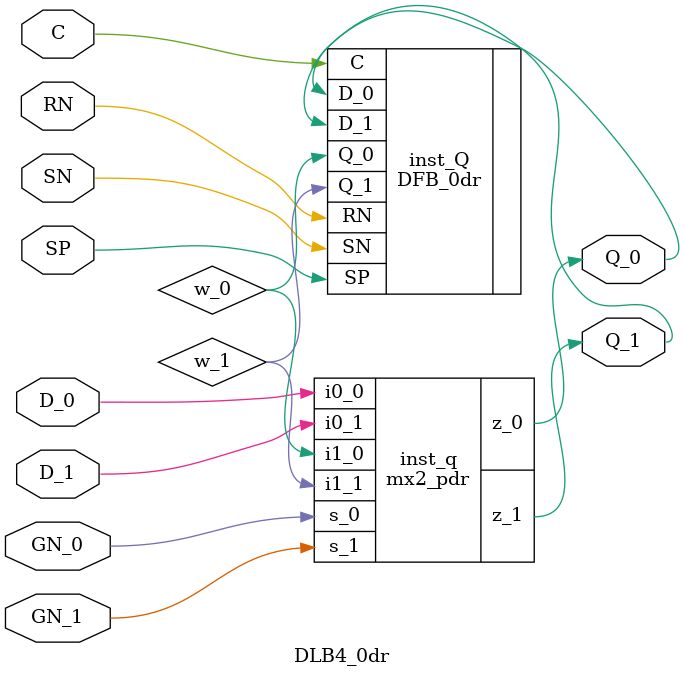
<source format=v>
/*
  D-Enable, Multiplexed Scan and Multiplexed Scan D-Enabled Flip-Flops 
*/

//  DR Multiplexor used to build Scan and D-Enable Flip-Flops 
//  (it does not invert the spacer)

module mx2_pdr (i0_1, i0_0, i1_1, i1_0, s_1, s_0, z_1, z_0);
  input i0_1, i0_0;
  input i1_1, i1_0;
  input s_1, s_0;
  output z_1, z_0;

  AO22 inst_w_1 (.A(i0_1), .B(s_0), .C(i1_1), .D(s_1), .Q(z_1));  
  OA22 inst_w_0 (.A(i0_0), .B(s_1), .C(i1_0), .D(s_0), .Q(z_0));
endmodule


//
// Multiplexed Scan D Flip-Flops
//


// DFS8

module DFS8_0dr (C, D_1, D_0, Q_1, Q_0, SD_1, SD_0, SE_1, SE_0, SP);
  input C;
  input D_1, D_0;
  output Q_1, Q_0;
  input SD_1, SD_0;
  input SE_1, SE_0;
  input SP;
  wire w_1, w_0;
  
  mx2_pdr inst_w (.i0_1(D_1), .i0_0(D_0), .i1_1(SD_1), .i1_0(SD_0), .s_1(SE_1), .s_0(SE_0), .z_1(w_1), .z_0(w_0));
  DF8_0dr inst_Q (.C(C), .D_1(w_1), .D_0(w_0), .Q_1(Q_1), .Q_0(Q_0), .SP(SP));
endmodule


module DFS82_0dr (C, D_1, D_0, Q_1, Q_0, SD_1, SD_0, SE_1, SE_0, SP);
  input C;
  input D_1, D_0;
  output Q_1, Q_0;
  input SD_1, SD_0;
  input SE_1, SE_0;
  input SP;
  wire w_1, w_0;
  
  mx2_pdr inst_w (.i0_1(D_1), .i0_0(D_0), .i1_1(SD_1), .i1_0(SD_0), .s_1(SE_1), .s_0(SE_0), .z_1(w_1), .z_0(w_0));
  DF82_0dr inst_Q (.C(C), .D_1(w_1), .D_0(w_0), .Q_1(Q_1), .Q_0(Q_0), .SP(SP));
endmodule


module DFS84_0dr (C, D_1, D_0, Q_1, Q_0, SD_1, SD_0, SE_1, SE_0, SP);
  input C;
  input D_1, D_0;
  output Q_1, Q_0;
  input SD_1, SD_0;
  input SE_1, SE_0;
  input SP;
  wire w_1, w_0;
  
  mx2_pdr inst_w (.i0_1(D_1), .i0_0(D_0), .i1_1(SD_1), .i1_0(SD_0), .s_1(SE_1), .s_0(SE_0), .z_1(w_1), .z_0(w_0));
  DF84_0dr inst_Q (.C(C), .D_1(w_1), .D_0(w_0), .Q_1(Q_1), .Q_0(Q_0), .SP(SP));
endmodule


// DFS9

module DFS9_0dr (C, D_1, D_0, Q_1, Q_0, SD_1, SD_0, SE_1, SE_0, SN, SP);
  input C;
  input D_1, D_0;
  output Q_1, Q_0;
  input SD_1, SD_0;
  input SE_1, SE_0;
  input SN;
  input SP;
  wire w_1, w_0;
  
  mx2_pdr inst_w (.i0_1(D_1), .i0_0(D_0), .i1_1(SD_1), .i1_0(SD_0), .s_1(SE_1), .s_0(SE_0), .z_1(w_1), .z_0(w_0));
  DF9_0dr inst_Q (.C(C), .D_1(w_1), .D_0(w_0), .Q_1(Q_1), .Q_0(Q_0), .SN(SN), .SP(SP));
endmodule


module DFS92_0dr (C, D_1, D_0, Q_1, Q_0, SD_1, SD_0, SE_1, SE_0, SN, SP);
  input C;
  input D_1, D_0;
  output Q_1, Q_0;
  input SD_1, SD_0;
  input SE_1, SE_0;
  input SN;
  input SP;
  wire w_1, w_0;
  
  mx2_pdr inst_w (.i0_1(D_1), .i0_0(D_0), .i1_1(SD_1), .i1_0(SD_0), .s_1(SE_1), .s_0(SE_0), .z_1(w_1), .z_0(w_0));
  DF92_0dr inst_Q (.C(C), .D_1(w_1), .D_0(w_0), .Q_1(Q_1), .Q_0(Q_0), .SN(SN), .SP(SP));
endmodule


module DFS94_0dr (C, D_1, D_0, Q_1, Q_0, SD_1, SD_0, SE_1, SE_0, SN, SP);
  input C;
  input D_1, D_0;
  output Q_1, Q_0;
  input SD_1, SD_0;
  input SE_1, SE_0;
  input SN;
  input SP;
  wire w_1, w_0;
  
  mx2_pdr inst_w (.i0_1(D_1), .i0_0(D_0), .i1_1(SD_1), .i1_0(SD_0), .s_1(SE_1), .s_0(SE_0), .z_1(w_1), .z_0(w_0));
  DF94_0dr inst_Q (.C(C), .D_1(w_1), .D_0(w_0), .Q_1(Q_1), .Q_0(Q_0), .SN(SN), .SP(SP));
endmodule


//DFSA

module DFSA_0dr (C, D_1, D_0, Q_1, Q_0, RN, SD_1, SD_0, SE_1, SE_0, SP);
  input C;
  input D_1, D_0;
  output Q_1, Q_0;
  input SD_1, SD_0;
  input SE_1, SE_0;
  input RN;
  input SP;
  wire w_1, w_0;
  
  mx2_pdr inst_w (.i0_1(D_1), .i0_0(D_0), .i1_1(SD_1), .i1_0(SD_0), .s_1(SE_1), .s_0(SE_0), .z_1(w_1), .z_0(w_0));
  DFA_0dr inst_Q (.C(C), .D_1(w_1), .D_0(w_0), .Q_1(Q_1), .Q_0(Q_0), .RN(RN), .SP(SP));
endmodule


module DFSA2_0dr (C, D_1, D_0, Q_1, Q_0, RN, SD_1, SD_0, SE_1, SE_0, SP);
  input C;
  input D_1, D_0;
  output Q_1, Q_0;
  input SD_1, SD_0;
  input SE_1, SE_0;
  input RN;
  input SP;
  wire w_1, w_0;
  
  mx2_pdr inst_w (.i0_1(D_1), .i0_0(D_0), .i1_1(SD_1), .i1_0(SD_0), .s_1(SE_1), .s_0(SE_0), .z_1(w_1), .z_0(w_0));
  DFA2_0dr inst_Q (.C(C), .D_1(w_1), .D_0(w_0), .Q_1(Q_1), .Q_0(Q_0), .RN(RN), .SP(SP));
endmodule


module DFSA4_0dr (C, D_1, D_0, Q_1, Q_0, RN, SD_1, SD_0, SE_1, SE_0, SP);
  input C;
  input D_1, D_0;
  output Q_1, Q_0;
  input SD_1, SD_0;
  input SE_1, SE_0;
  input RN;
  input SP;
  wire w_1, w_0;
  
  mx2_pdr inst_w (.i0_1(D_1), .i0_0(D_0), .i1_1(SD_1), .i1_0(SD_0), .s_1(SE_1), .s_0(SE_0), .z_1(w_1), .z_0(w_0));
  DFA4_0dr inst_Q (.C(C), .D_1(w_1), .D_0(w_0), .Q_1(Q_1), .Q_0(Q_0), .RN(RN), .SP(SP));
endmodule


// DFSB

module DFSB_0dr (C, D_1, D_0, Q_1, Q_0, RN, SD_1, SD_0, SE_1, SE_0, SN, SP);
  input C;
  input D_1, D_0;
  output Q_1, Q_0;
  input SD_1, SD_0;
  input SE_1, SE_0;
  input RN, SN;
  input SP;
  wire w_1, w_0;
  
  mx2_pdr inst_w (.i0_1(D_1), .i0_0(D_0), .i1_1(SD_1), .i1_0(SD_0), .s_1(SE_1), .s_0(SE_0), .z_1(w_1), .z_0(w_0));
  DFB_0dr inst_Q (.C(C), .D_1(w_1), .D_0(w_0), .Q_1(Q_1), .Q_0(Q_0), .RN(RN), .SN(SN), .SP(SP));
endmodule


module DFSB2_0dr (C, D_1, D_0, Q_1, Q_0, RN, SD_1, SD_0, SE_1, SE_0, SN, SP);
  input C;
  input D_1, D_0;
  output Q_1, Q_0;
  input SD_1, SD_0;
  input SE_1, SE_0;
  input RN, SN;
  input SP;
  wire w_1, w_0;
  
  mx2_pdr inst_w (.i0_1(D_1), .i0_0(D_0), .i1_1(SD_1), .i1_0(SD_0), .s_1(SE_1), .s_0(SE_0), .z_1(w_1), .z_0(w_0));
  DFB2_0dr inst_Q (.C(C), .D_1(w_1), .D_0(w_0), .Q_1(Q_1), .Q_0(Q_0), .RN(RN), .SN(SN), .SP(SP));
endmodule


module DFSB4_0dr (C, D_1, D_0, Q_1, Q_0, RN, SD_1, SD_0, SE_1, SE_0, SN, SP);
  input C;
  input D_1, D_0;
  output Q_1, Q_0;
  input SD_1, SD_0;
  input SE_1, SE_0;
  input RN, SN;
  input SP;
  wire w_1, w_0;
  
  mx2_pdr inst_w (.i0_1(D_1), .i0_0(D_0), .i1_1(SD_1), .i1_0(SD_0), .s_1(SE_1), .s_0(SE_0), .z_1(w_1), .z_0(w_0));
  DFB4_0dr inst_Q (.C(C), .D_1(w_1), .D_0(w_0), .Q_1(Q_1), .Q_0(Q_0), .RN(RN), .SN(SN), .SP(SP));
endmodule

//
// Latches
//

// DL8

module DL8_0dr (D_1, D_0, GN_1, GN_0, Q_1, Q_0, C, SP);
  input D_1, D_0;
  input GN_1, GN_0;
  output Q_1, Q_0;
  input C;
  input SP;
  wire w_1, w_0;

  mx2_pdr inst_q ( .i0_1(D_1), .i0_0(D_0), .i1_1(w_1), .i1_0(w_0), .s_1(GN_1), .s_0(GN_0), .z_1(Q_1), .z_0(Q_0) );
  DF8_0dr inst_w ( .C(C), .D_1(Q_1), .D_0(Q_0), .Q_1(w_1), .Q_0(w_0), .SP(SP));
endmodule


module DL82_0dr (D_1, D_0, GN_1, GN_0, Q_1, Q_0, C, SP);
  input D_1, D_0;
  input GN_1, GN_0;
  output Q_1, Q_0;
  input C;
  input SP;
  wire w_1, w_0;

  mx2_pdr inst_q ( .i0_1(D_1), .i0_0(D_0), .i1_1(w_1), .i1_0(w_0), .s_1(GN_1), .s_0(GN_0), .z_1(Q_1), .z_0(Q_0) );
  DF8_0dr inst_w ( .C(C), .D_1(Q_1), .D_0(Q_0), .Q_1(w_1), .Q_0(w_0), .SP(SP));
endmodule


module DL84_0dr (D_1, D_0, GN_1, GN_0, Q_1, Q_0, C, SP);
  input D_1, D_0;
  input GN_1, GN_0;
  output Q_1, Q_0;
  input C;
  input SP;
  wire w_1, w_0;

  mx2_pdr inst_q ( .i0_1(D_1), .i0_0(D_0), .i1_1(w_1), .i1_0(w_0), .s_1(GN_1), .s_0(GN_0), .z_1(Q_1), .z_0(Q_0) );
  DF8_0dr inst_w ( .C(C), .D_1(Q_1), .D_0(Q_0), .Q_1(w_1), .Q_0(w_0), .SP(SP));
endmodule


// DL9

module DL9_0dr (D_1, D_0, GN_1, GN_0, Q_1, Q_0, SN, C, SP);
  input D_1, D_0;
  input GN_1, GN_0;
  output Q_1, Q_0;
  input SN;
  input C;
  input SP;
  wire w_1, w_0;

  mx2_pdr inst_q ( .i0_1(D_1), .i0_0(D_0), .i1_1(w_1), .i1_0(w_0), .s_1(GN_1), .s_0(GN_0), .z_1(Q_1), .z_0(Q_0) );
  DF9_0dr inst_Q ( .C(C), .D_1(Q_1), .D_0(Q_0), .Q_1(w_1), .Q_0(w_0), .SN(SN), .SP(SP));
endmodule


module DL92_0dr (D_1, D_0, GN_1, GN_0, Q_1, Q_0, SN, C, SP);
  input D_1, D_0;
  input GN_1, GN_0;
  output Q_1, Q_0;
  input SN;
  input C;
  input SP;
  wire w_1, w_0;

  mx2_pdr inst_q ( .i0_1(D_1), .i0_0(D_0), .i1_1(w_1), .i1_0(w_0), .s_1(GN_1), .s_0(GN_0), .z_1(Q_1), .z_0(Q_0) );
  DF9_0dr inst_Q ( .C(C), .D_1(Q_1), .D_0(Q_0), .Q_1(w_1), .Q_0(w_0), .SN(SN), .SP(SP));
endmodule


module DL94_0dr (D_1, D_0, GN_1, GN_0, Q_1, Q_0, SN, C, SP);
  input D_1, D_0;
  input GN_1, GN_0;
  output Q_1, Q_0;
  input SN;
  input C;
  input SP;
  wire w_1, w_0;

  mx2_pdr inst_q ( .i0_1(D_1), .i0_0(D_0), .i1_1(w_1), .i1_0(w_0), .s_1(GN_1), .s_0(GN_0), .z_1(Q_1), .z_0(Q_0) );
  DF9_0dr inst_Q ( .C(C), .D_1(Q_1), .D_0(Q_0), .Q_1(w_1), .Q_0(w_0), .SN(SN), .SP(SP));
endmodule


// DLA

module DLA_0dr (D_1, D_0, GN_1, GN_0, Q_1, Q_0, RN, C, SP);
  input D_1, D_0;
  input GN_1, GN_0;
  output Q_1, Q_0;
  input RN;
  input C;
  input SP;
  wire w_1, w_0;

  mx2_pdr inst_q ( .i0_1(D_1), .i0_0(D_0), .i1_1(w_1), .i1_0(w_0), .s_1(GN_1), .s_0(GN_0), .z_1(Q_1), .z_0(Q_0) );
  DFA_0dr inst_Q ( .C(C), .D_1(Q_1), .D_0(Q_0), .Q_1(w_1), .Q_0(w_0), .RN(RN), .SP(SP));
endmodule


module DLA2_0dr (D_1, D_0, GN_1, GN_0, Q_1, Q_0, RN, C, SP);
  input D_1, D_0;
  input GN_1, GN_0;
  output Q_1, Q_0;
  input RN;
  input C;
  input SP;
  wire w_1, w_0;

  mx2_pdr inst_q ( .i0_1(D_1), .i0_0(D_0), .i1_1(w_1), .i1_0(w_0), .s_1(GN_1), .s_0(GN_0), .z_1(Q_1), .z_0(Q_0) );
  DFA_0dr inst_Q ( .C(C), .D_1(Q_1), .D_0(Q_0), .Q_1(w_1), .Q_0(w_0), .RN(RN), .SP(SP));
endmodule


module DLA4_0dr (D_1, D_0, GN_1, GN_0, Q_1, Q_0, RN, C, SP);
  input D_1, D_0;
  input GN_1, GN_0;
  output Q_1, Q_0;
  input RN;
  input C;
  input SP;
  wire w_1, w_0;

  mx2_pdr inst_q ( .i0_1(D_1), .i0_0(D_0), .i1_1(w_1), .i1_0(w_0), .s_1(GN_1), .s_0(GN_0), .z_1(Q_1), .z_0(Q_0) );
  DFA_0dr inst_Q ( .C(C), .D_1(Q_1), .D_0(Q_0), .Q_1(w_1), .Q_0(w_0), .RN(RN), .SP(SP));
endmodule


// DLB

module DLB_0dr (D_1, D_0, GN_1, GN_0, Q_1, Q_0, RN, SN, C, SP);
  input D_1, D_0;
  input GN_1, GN_0;
  output Q_1, Q_0;
  input RN;
  input SN;
  input C;
  input SP;
  wire w_1, w_0;

  mx2_pdr inst_q ( .i0_1(D_1), .i0_0(D_0), .i1_1(w_1), .i1_0(w_0), .s_1(GN_1), .s_0(GN_0), .z_1(Q_1), .z_0(Q_0) );
  DFB_0dr inst_Q ( .C(C), .D_1(Q_1), .D_0(Q_0), .Q_1(w_1), .Q_0(w_0), .RN(RN), .SN(SN), .SP(SP));
endmodule


module DLB2_0dr (D_1, D_0, GN_1, GN_0, Q_1, Q_0, RN, SN, C, SP);
  input D_1, D_0;
  input GN_1, GN_0;
  output Q_1, Q_0;
  input RN;
  input SN;
  input C;
  input SP;
  wire w_1, w_0;

  mx2_pdr inst_q ( .i0_1(D_1), .i0_0(D_0), .i1_1(w_1), .i1_0(w_0), .s_1(GN_1), .s_0(GN_0), .z_1(Q_1), .z_0(Q_0) );
  DFB_0dr inst_Q ( .C(C), .D_1(Q_1), .D_0(Q_0), .Q_1(w_1), .Q_0(w_0), .RN(RN), .SN(SN), .SP(SP));
endmodule


module DLB4_0dr (D_1, D_0, GN_1, GN_0, Q_1, Q_0, RN, SN, C, SP);
  input D_1, D_0;
  input GN_1, GN_0;
  output Q_1, Q_0;
  input RN;
  input SN;
  input C;
  input SP;
  wire w_1, w_0;

  mx2_pdr inst_q ( .i0_1(D_1), .i0_0(D_0), .i1_1(w_1), .i1_0(w_0), .s_1(GN_1), .s_0(GN_0), .z_1(Q_1), .z_0(Q_0) );
  DFB_0dr inst_Q ( .C(C), .D_1(Q_1), .D_0(Q_0), .Q_1(w_1), .Q_0(w_0), .RN(RN), .SN(SN), .SP(SP));
endmodule

</source>
